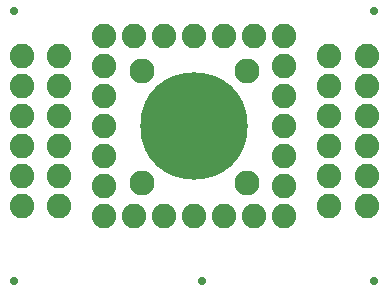
<source format=gbr>
G04 EAGLE Gerber RS-274X export*
G75*
%MOMM*%
%FSLAX34Y34*%
%LPD*%
%INSoldermask Bottom*%
%IPPOS*%
%AMOC8*
5,1,8,0,0,1.08239X$1,22.5*%
G01*
%ADD10C,9.093200*%
%ADD11C,0.703200*%
%ADD12C,2.082800*%
%ADD13C,2.108200*%


D10*
X177800Y149860D03*
D11*
X25400Y19050D03*
X184150Y19050D03*
X25400Y247650D03*
X330200Y247650D03*
X330200Y19050D03*
D12*
X101600Y73660D03*
X101600Y99060D03*
X101600Y124460D03*
X101600Y149860D03*
X101600Y175260D03*
X101600Y200660D03*
X101600Y226060D03*
X127000Y226060D03*
X152400Y226060D03*
X177800Y226060D03*
X203200Y226060D03*
X228600Y226060D03*
X254000Y226060D03*
X254000Y200660D03*
X254000Y175260D03*
X254000Y149860D03*
X254000Y124460D03*
X254000Y99060D03*
X254000Y73660D03*
X228600Y73660D03*
X203200Y73660D03*
X177800Y73660D03*
X152400Y73660D03*
X127000Y73660D03*
X323850Y209550D03*
X323850Y184150D03*
X323850Y158750D03*
X323850Y133350D03*
X323850Y107950D03*
X323850Y82550D03*
X292100Y209550D03*
X292100Y184150D03*
X292100Y158750D03*
X292100Y133350D03*
X292100Y107950D03*
X292100Y82550D03*
X31750Y82550D03*
X31750Y107950D03*
X31750Y133350D03*
X31750Y158750D03*
X31750Y184150D03*
X31750Y209550D03*
X63500Y82550D03*
X63500Y107950D03*
X63500Y133350D03*
X63500Y158750D03*
X63500Y184150D03*
X63500Y209550D03*
D13*
X133350Y196850D03*
X222250Y196850D03*
X133350Y101600D03*
X222250Y101600D03*
M02*

</source>
